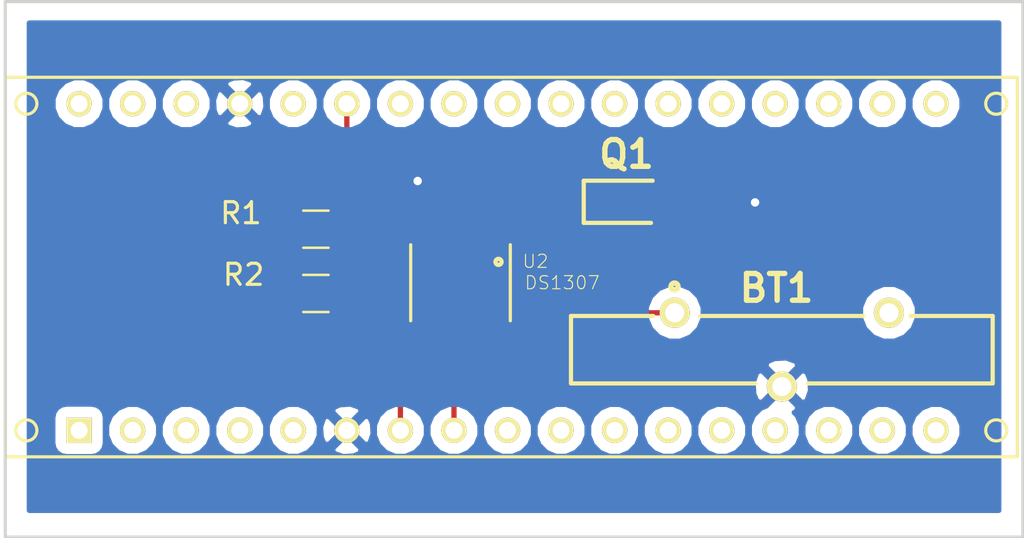
<source format=kicad_pcb>
(kicad_pcb (version 4) (host pcbnew 4.0.7)

  (general
    (links 16)
    (no_connects 2)
    (area 148.514999 83.109999 196.925001 108.660001)
    (thickness 1.6)
    (drawings 4)
    (tracks 47)
    (zones 0)
    (modules 6)
    (nets 37)
  )

  (page A4)
  (layers
    (0 F.Cu signal)
    (31 B.Cu signal hide)
    (32 B.Adhes user hide)
    (33 F.Adhes user hide)
    (34 B.Paste user hide)
    (35 F.Paste user hide)
    (36 B.SilkS user hide)
    (37 F.SilkS user hide)
    (38 B.Mask user hide)
    (39 F.Mask user hide)
    (40 Dwgs.User user)
    (41 Cmts.User user)
    (42 Eco1.User user)
    (43 Eco2.User user)
    (44 Edge.Cuts user)
    (45 Margin user)
    (46 B.CrtYd user)
    (47 F.CrtYd user)
    (48 B.Fab user)
    (49 F.Fab user)
  )

  (setup
    (last_trace_width 0.25)
    (trace_clearance 0.2)
    (zone_clearance 0.508)
    (zone_45_only no)
    (trace_min 0.2)
    (segment_width 0.2)
    (edge_width 0.15)
    (via_size 0.6)
    (via_drill 0.4)
    (via_min_size 0.4)
    (via_min_drill 0.3)
    (uvia_size 0.3)
    (uvia_drill 0.1)
    (uvias_allowed no)
    (uvia_min_size 0.2)
    (uvia_min_drill 0.1)
    (pcb_text_width 0.3)
    (pcb_text_size 1.5 1.5)
    (mod_edge_width 0.15)
    (mod_text_size 1 1)
    (mod_text_width 0.15)
    (pad_size 1.7 1.7)
    (pad_drill 1)
    (pad_to_mask_clearance 0.2)
    (aux_axis_origin 0 0)
    (visible_elements 7FFFFFFF)
    (pcbplotparams
      (layerselection 0x00030_80000001)
      (usegerberextensions false)
      (excludeedgelayer true)
      (linewidth 0.100000)
      (plotframeref false)
      (viasonmask false)
      (mode 1)
      (useauxorigin false)
      (hpglpennumber 1)
      (hpglpenspeed 20)
      (hpglpendiameter 15)
      (hpglpenoverlay 2)
      (psnegative false)
      (psa4output false)
      (plotreference true)
      (plotvalue true)
      (plotinvisibletext false)
      (padsonsilk false)
      (subtractmaskfromsilk false)
      (outputformat 1)
      (mirror false)
      (drillshape 1)
      (scaleselection 1)
      (outputdirectory ""))
  )

  (net 0 "")
  (net 1 "Net-(Q1-Pad2)")
  (net 2 "Net-(R1-Pad1)")
  (net 3 "Net-(R1-Pad2)")
  (net 4 "Net-(R2-Pad2)")
  (net 5 "Net-(U1-PadSCK)")
  (net 6 "Net-(U1-PadMI)")
  (net 7 "Net-(U1-PadVI)")
  (net 8 "Net-(U1-PadRST)")
  (net 9 "Net-(R12-Pad2)")
  (net 10 "Net-(R13-Pad2)")
  (net 11 "Net-(R14-Pad2)")
  (net 12 "Net-(R15-Pad2)")
  (net 13 "Net-(R16-Pad2)")
  (net 14 "Net-(R17-Pad2)")
  (net 15 "Net-(U1-PadAREF)")
  (net 16 "Net-(U1-Pad3.3V)")
  (net 17 "Net-(R18-Pad2)")
  (net 18 "Net-(U1-PadMO)")
  (net 19 "Net-(U1-PadSS)")
  (net 20 "Net-(R11-Pad2)")
  (net 21 "Net-(U1-PadRX)")
  (net 22 "Net-(R10-Pad2)")
  (net 23 "Net-(R9-Pad2)")
  (net 24 "Net-(R8-Pad2)")
  (net 25 "Net-(R7-Pad2)")
  (net 26 "Net-(R6-Pad2)")
  (net 27 "Net-(R5-Pad2)")
  (net 28 "Net-(R4-Pad2)")
  (net 29 "Net-(R3-Pad2)")
  (net 30 "Net-(R19-Pad2)")
  (net 31 "Net-(U2-Pad7)")
  (net 32 "Net-(Q1-Pad3)")
  (net 33 "Net-(BT1-Pad1)")
  (net 34 "Net-(BT1-Pad3)")
  (net 35 GND)
  (net 36 /NC1)

  (net_class Default "Dies ist die voreingestellte Netzklasse."
    (clearance 0.2)
    (trace_width 0.25)
    (via_dia 0.6)
    (via_drill 0.4)
    (uvia_dia 0.3)
    (uvia_drill 0.1)
    (add_net /NC1)
    (add_net GND)
    (add_net "Net-(BT1-Pad1)")
    (add_net "Net-(BT1-Pad3)")
    (add_net "Net-(Q1-Pad2)")
    (add_net "Net-(Q1-Pad3)")
    (add_net "Net-(R1-Pad1)")
    (add_net "Net-(R1-Pad2)")
    (add_net "Net-(R10-Pad2)")
    (add_net "Net-(R11-Pad2)")
    (add_net "Net-(R12-Pad2)")
    (add_net "Net-(R13-Pad2)")
    (add_net "Net-(R14-Pad2)")
    (add_net "Net-(R15-Pad2)")
    (add_net "Net-(R16-Pad2)")
    (add_net "Net-(R17-Pad2)")
    (add_net "Net-(R18-Pad2)")
    (add_net "Net-(R19-Pad2)")
    (add_net "Net-(R2-Pad2)")
    (add_net "Net-(R3-Pad2)")
    (add_net "Net-(R4-Pad2)")
    (add_net "Net-(R5-Pad2)")
    (add_net "Net-(R6-Pad2)")
    (add_net "Net-(R7-Pad2)")
    (add_net "Net-(R8-Pad2)")
    (add_net "Net-(R9-Pad2)")
    (add_net "Net-(U1-Pad3.3V)")
    (add_net "Net-(U1-PadAREF)")
    (add_net "Net-(U1-PadMI)")
    (add_net "Net-(U1-PadMO)")
    (add_net "Net-(U1-PadRST)")
    (add_net "Net-(U1-PadRX)")
    (add_net "Net-(U1-PadSCK)")
    (add_net "Net-(U1-PadSS)")
    (add_net "Net-(U1-PadVI)")
    (add_net "Net-(U2-Pad7)")
  )

  (module arduino_micro_shield:ARDUINO_MICRO_SHIELD locked (layer F.Cu) (tedit 5A859E48) (tstamp 5A8570AB)
    (at 140.208 103.505)
    (tags "ARDUINO, MICRO")
    (path /5A7865FE)
    (fp_text reference "" (at 26.67 -10.16) (layer F.SilkS) hide
      (effects (font (size 1.2 1.2) (thickness 0.15)))
    )
    (fp_text value "" (at 26.67 -7.62) (layer F.SilkS) hide
      (effects (font (size 1.2 1.2) (thickness 0.15)))
    )
    (fp_circle (center 1 -1.254) (end 1.5 -1.254) (layer F.SilkS) (width 0.15))
    (fp_circle (center 1 -16.746) (end 1.5 -16.746) (layer F.SilkS) (width 0.15))
    (fp_circle (center 47 -1.254) (end 47.5 -1.254) (layer F.SilkS) (width 0.15))
    (fp_circle (center 47 -16.746) (end 47.5 -16.746) (layer F.SilkS) (width 0.15))
    (fp_line (start 0 -18) (end 48 -18) (layer F.SilkS) (width 0.15))
    (fp_line (start 48 -18) (end 48 0) (layer F.SilkS) (width 0.15))
    (fp_line (start 48 0) (end 0 0) (layer F.SilkS) (width 0.15))
    (fp_line (start 0 0) (end 0 -18) (layer F.SilkS) (width 0.15))
    (pad SCK thru_hole circle (at 3.5 -16.746) (size 1.2 1.2) (drill 0.8) (layers *.Cu *.Mask F.SilkS)
      (net 5 "Net-(U1-PadSCK)"))
    (pad MI thru_hole circle (at 6.04 -16.746) (size 1.2 1.2) (drill 0.8) (layers *.Cu *.Mask F.SilkS)
      (net 6 "Net-(U1-PadMI)"))
    (pad VI thru_hole circle (at 8.58 -16.746) (size 1.2 1.2) (drill 0.8) (layers *.Cu *.Mask F.SilkS)
      (net 7 "Net-(U1-PadVI)"))
    (pad GND thru_hole circle (at 11.12 -16.746) (size 1.2 1.2) (drill 0.8) (layers *.Cu *.Mask F.SilkS)
      (net 35 GND))
    (pad RST thru_hole circle (at 13.66 -16.746) (size 1.2 1.2) (drill 0.8) (layers *.Cu *.Mask F.SilkS)
      (net 8 "Net-(U1-PadRST)"))
    (pad 5V thru_hole circle (at 16.2 -16.746) (size 1.2 1.2) (drill 0.8) (layers *.Cu *.Mask F.SilkS)
      (net 2 "Net-(R1-Pad1)"))
    (pad NC thru_hole circle (at 18.74 -16.746) (size 1.2 1.2) (drill 0.8) (layers *.Cu *.Mask F.SilkS)
      (net 36 /NC1))
    (pad NC thru_hole circle (at 21.28 -16.746) (size 1.2 1.2) (drill 0.8) (layers *.Cu *.Mask F.SilkS)
      (net 36 /NC1))
    (pad A5 thru_hole circle (at 23.82 -16.746) (size 1.2 1.2) (drill 0.8) (layers *.Cu *.Mask F.SilkS)
      (net 9 "Net-(R12-Pad2)"))
    (pad A4 thru_hole circle (at 26.36 -16.746) (size 1.2 1.2) (drill 0.8) (layers *.Cu *.Mask F.SilkS)
      (net 10 "Net-(R13-Pad2)"))
    (pad A3 thru_hole circle (at 28.9 -16.746) (size 1.2 1.2) (drill 0.8) (layers *.Cu *.Mask F.SilkS)
      (net 11 "Net-(R14-Pad2)"))
    (pad A2 thru_hole circle (at 31.44 -16.746) (size 1.2 1.2) (drill 0.8) (layers *.Cu *.Mask F.SilkS)
      (net 12 "Net-(R15-Pad2)"))
    (pad A1 thru_hole circle (at 33.98 -16.746) (size 1.2 1.2) (drill 0.8) (layers *.Cu *.Mask F.SilkS)
      (net 13 "Net-(R16-Pad2)"))
    (pad A0 thru_hole circle (at 36.52 -16.746) (size 1.2 1.2) (drill 0.8) (layers *.Cu *.Mask F.SilkS)
      (net 14 "Net-(R17-Pad2)"))
    (pad AREF thru_hole circle (at 39.06 -16.746) (size 1.2 1.2) (drill 0.8) (layers *.Cu *.Mask F.SilkS)
      (net 15 "Net-(U1-PadAREF)"))
    (pad 3.3V thru_hole circle (at 41.6 -16.746) (size 1.2 1.2) (drill 0.8) (layers *.Cu *.Mask F.SilkS)
      (net 16 "Net-(U1-Pad3.3V)"))
    (pad 13 thru_hole circle (at 44.14 -16.746) (size 1.2 1.2) (drill 0.8) (layers *.Cu *.Mask F.SilkS)
      (net 17 "Net-(R18-Pad2)"))
    (pad MO thru_hole rect (at 3.5 -1.254) (size 1.2 1.2) (drill 0.8) (layers *.Cu *.Mask F.SilkS)
      (net 18 "Net-(U1-PadMO)"))
    (pad SS thru_hole circle (at 6.04 -1.254) (size 1.2 1.2) (drill 0.8) (layers *.Cu *.Mask F.SilkS)
      (net 19 "Net-(U1-PadSS)"))
    (pad TX thru_hole circle (at 8.58 -1.254) (size 1.2 1.2) (drill 0.8) (layers *.Cu *.Mask F.SilkS)
      (net 20 "Net-(R11-Pad2)"))
    (pad RX thru_hole circle (at 11.12 -1.254) (size 1.2 1.2) (drill 0.8) (layers *.Cu *.Mask F.SilkS)
      (net 21 "Net-(U1-PadRX)"))
    (pad RST thru_hole circle (at 13.66 -1.254) (size 1.2 1.2) (drill 0.8) (layers *.Cu *.Mask F.SilkS)
      (net 8 "Net-(U1-PadRST)"))
    (pad GND thru_hole circle (at 16.2 -1.254) (size 1.2 1.2) (drill 0.8) (layers *.Cu *.Mask F.SilkS)
      (net 35 GND))
    (pad 2 thru_hole circle (at 18.74 -1.254) (size 1.2 1.2) (drill 0.8) (layers *.Cu *.Mask F.SilkS)
      (net 4 "Net-(R2-Pad2)"))
    (pad 3 thru_hole circle (at 21.28 -1.254) (size 1.2 1.2) (drill 0.8) (layers *.Cu *.Mask F.SilkS)
      (net 3 "Net-(R1-Pad2)"))
    (pad 4 thru_hole circle (at 23.82 -1.254) (size 1.2 1.2) (drill 0.8) (layers *.Cu *.Mask F.SilkS)
      (net 22 "Net-(R10-Pad2)"))
    (pad 5 thru_hole circle (at 26.36 -1.254) (size 1.2 1.2) (drill 0.8) (layers *.Cu *.Mask F.SilkS)
      (net 23 "Net-(R9-Pad2)"))
    (pad 6 thru_hole circle (at 28.9 -1.254) (size 1.2 1.2) (drill 0.8) (layers *.Cu *.Mask F.SilkS)
      (net 24 "Net-(R8-Pad2)"))
    (pad 7 thru_hole circle (at 31.44 -1.254) (size 1.2 1.2) (drill 0.8) (layers *.Cu *.Mask F.SilkS)
      (net 25 "Net-(R7-Pad2)"))
    (pad 8 thru_hole circle (at 33.98 -1.254) (size 1.2 1.2) (drill 0.8) (layers *.Cu *.Mask F.SilkS)
      (net 26 "Net-(R6-Pad2)"))
    (pad 9 thru_hole circle (at 36.52 -1.254) (size 1.2 1.2) (drill 0.8) (layers *.Cu *.Mask F.SilkS)
      (net 27 "Net-(R5-Pad2)"))
    (pad 10 thru_hole circle (at 39.06 -1.254) (size 1.2 1.2) (drill 0.8) (layers *.Cu *.Mask F.SilkS)
      (net 28 "Net-(R4-Pad2)"))
    (pad 11 thru_hole circle (at 41.6 -1.254) (size 1.2 1.2) (drill 0.8) (layers *.Cu *.Mask F.SilkS)
      (net 29 "Net-(R3-Pad2)"))
    (pad 12 thru_hole circle (at 44.14 -1.254) (size 1.2 1.2) (drill 0.8) (layers *.Cu *.Mask F.SilkS)
      (net 30 "Net-(R19-Pad2)"))
  )

  (module CR2032MFR_RV2:CR2032MFR-RV (layer F.Cu) (tedit 5A859F2D) (tstamp 5A857072)
    (at 177.038 98.425)
    (descr CR2032MFR-RV)
    (tags Battery)
    (path /5A8569A1)
    (fp_text reference BT1 (at -0.254 -2.921) (layer F.SilkS)
      (effects (font (size 1.27 1.27) (thickness 0.254)))
    )
    (fp_text value "" (at -0.316 -0.012) (layer F.SilkS) hide
      (effects (font (size 1.27 1.27) (thickness 0.254)))
    )
    (fp_line (start -10 -1.6) (end 10 -1.6) (layer Dwgs.User) (width 0.2))
    (fp_line (start 10 -1.6) (end 10 1.6) (layer Dwgs.User) (width 0.2))
    (fp_line (start 10 1.6) (end -10 1.6) (layer Dwgs.User) (width 0.2))
    (fp_line (start -10 1.6) (end -10 -1.6) (layer Dwgs.User) (width 0.2))
    (fp_line (start -10 -1.6) (end -10 1.6) (layer F.SilkS) (width 0.2))
    (fp_line (start -10 1.6) (end -1.235 1.6) (layer F.SilkS) (width 0.2))
    (fp_line (start 10 -1.6) (end 10 1.6) (layer F.SilkS) (width 0.2))
    (fp_line (start 10 1.6) (end 1.235 1.6) (layer F.SilkS) (width 0.2))
    (fp_line (start -3.88 -1.6) (end 3.88 -1.6) (layer F.SilkS) (width 0.2))
    (fp_line (start -10 -1.6) (end -6.1 -1.6) (layer F.SilkS) (width 0.2))
    (fp_line (start 10 -1.6) (end 6.1 -1.6) (layer F.SilkS) (width 0.2))
    (fp_circle (center -5.09 -2.994) (end -5.131 -2.994) (layer F.SilkS) (width 0.254))
    (pad 1 thru_hole circle (at -5.08 -1.75 90) (size 1.43 1.43) (drill 0.9) (layers *.Cu *.Mask F.SilkS)
      (net 33 "Net-(BT1-Pad1)"))
    (pad 2 thru_hole circle (at 0 1.75 90) (size 1.43 1.43) (drill 0.9) (layers *.Cu *.Mask F.SilkS)
      (net 35 GND))
    (pad 3 thru_hole circle (at 5.08 -1.75 90) (size 1.43 1.43) (drill 0.9) (layers *.Cu *.Mask F.SilkS)
      (net 34 "Net-(BT1-Pad3)"))
  )

  (module MS1V-T1K_32.768kHz_7pF_+-20ppm:MS1V-T1K32 (layer F.Cu) (tedit 5A859F31) (tstamp 5A857079)
    (at 166.243 92.71 180)
    (descr MS1V-T1K32)
    (tags "Crystal or Oscillator")
    (path /5A843DE4)
    (attr smd)
    (fp_text reference Q1 (at -3.429 3.556 180) (layer F.SilkS)
      (effects (font (size 1.27 1.27) (thickness 0.254)))
    )
    (fp_text value "" (at -4.21233 1.30967 180) (layer F.SilkS) hide
      (effects (font (size 1.27 1.27) (thickness 0.254)))
    )
    (fp_line (start -7.5 0.3) (end -1.4 0.3) (layer Dwgs.User) (width 0.2))
    (fp_line (start -1.4 0.3) (end -1.4 2.3) (layer Dwgs.User) (width 0.2))
    (fp_line (start -1.4 2.3) (end -7.5 2.3) (layer Dwgs.User) (width 0.2))
    (fp_line (start -7.5 2.3) (end -7.5 0.3) (layer Dwgs.User) (width 0.2))
    (fp_line (start -1.4 0.3) (end -1.4 2.3) (layer F.SilkS) (width 0.2))
    (fp_line (start -1.4 2.3) (end -4.66333 2.3) (layer F.SilkS) (width 0.2))
    (fp_line (start -4.66333 2.3) (end -4.66333 2.29933) (layer F.SilkS) (width 0.2))
    (fp_line (start -1.4 0.3) (end -4.58833 0.3) (layer F.SilkS) (width 0.2))
    (pad 1 smd rect (at -6.25 1.3 180) (size 2.5 3) (layers F.Cu F.Paste F.Mask)
      (net 35 GND))
    (pad 2 smd rect (at 0 0 270) (size 1 1.6) (layers F.Cu F.Paste F.Mask)
      (net 1 "Net-(Q1-Pad2)"))
    (pad 3 smd rect (at 0 2.6 270) (size 1 1.6) (layers F.Cu F.Paste F.Mask)
      (net 32 "Net-(Q1-Pad3)"))
  )

  (module Resistors_SMD:R_0805_HandSoldering (layer F.Cu) (tedit 5A859EB6) (tstamp 5A85707F)
    (at 154.94 92.71)
    (descr "Resistor SMD 0805, hand soldering")
    (tags "resistor 0805")
    (path /5A8443D9)
    (attr smd)
    (fp_text reference R1 (at -3.556 -0.762) (layer F.SilkS)
      (effects (font (size 1 1) (thickness 0.15)))
    )
    (fp_text value 2K2 (at -4.064 0.508) (layer F.Fab)
      (effects (font (size 1 1) (thickness 0.15)))
    )
    (fp_text user %R (at 0 0) (layer F.Fab)
      (effects (font (size 0.5 0.5) (thickness 0.075)))
    )
    (fp_line (start -1 0.62) (end -1 -0.62) (layer F.Fab) (width 0.1))
    (fp_line (start 1 0.62) (end -1 0.62) (layer F.Fab) (width 0.1))
    (fp_line (start 1 -0.62) (end 1 0.62) (layer F.Fab) (width 0.1))
    (fp_line (start -1 -0.62) (end 1 -0.62) (layer F.Fab) (width 0.1))
    (fp_line (start 0.6 0.88) (end -0.6 0.88) (layer F.SilkS) (width 0.12))
    (fp_line (start -0.6 -0.88) (end 0.6 -0.88) (layer F.SilkS) (width 0.12))
    (fp_line (start -2.35 -0.9) (end 2.35 -0.9) (layer F.CrtYd) (width 0.05))
    (fp_line (start -2.35 -0.9) (end -2.35 0.9) (layer F.CrtYd) (width 0.05))
    (fp_line (start 2.35 0.9) (end 2.35 -0.9) (layer F.CrtYd) (width 0.05))
    (fp_line (start 2.35 0.9) (end -2.35 0.9) (layer F.CrtYd) (width 0.05))
    (pad 1 smd rect (at -1.35 0) (size 1.5 1.3) (layers F.Cu F.Paste F.Mask)
      (net 2 "Net-(R1-Pad1)"))
    (pad 2 smd rect (at 1.35 0) (size 1.5 1.3) (layers F.Cu F.Paste F.Mask)
      (net 3 "Net-(R1-Pad2)"))
    (model ${KISYS3DMOD}/Resistors_SMD.3dshapes/R_0805.wrl
      (at (xyz 0 0 0))
      (scale (xyz 1 1 1))
      (rotate (xyz 0 0 0))
    )
  )

  (module Resistors_SMD:R_0805_HandSoldering (layer F.Cu) (tedit 5A859E9E) (tstamp 5A857085)
    (at 154.94 95.758)
    (descr "Resistor SMD 0805, hand soldering")
    (tags "resistor 0805")
    (path /5A844469)
    (attr smd)
    (fp_text reference R2 (at -3.429 -0.889) (layer F.SilkS)
      (effects (font (size 1 1) (thickness 0.15)))
    )
    (fp_text value 2K2 (at -3.937 0.381) (layer F.Fab)
      (effects (font (size 1 1) (thickness 0.15)))
    )
    (fp_text user %R (at 0 0) (layer F.Fab)
      (effects (font (size 0.5 0.5) (thickness 0.075)))
    )
    (fp_line (start -1 0.62) (end -1 -0.62) (layer F.Fab) (width 0.1))
    (fp_line (start 1 0.62) (end -1 0.62) (layer F.Fab) (width 0.1))
    (fp_line (start 1 -0.62) (end 1 0.62) (layer F.Fab) (width 0.1))
    (fp_line (start -1 -0.62) (end 1 -0.62) (layer F.Fab) (width 0.1))
    (fp_line (start 0.6 0.88) (end -0.6 0.88) (layer F.SilkS) (width 0.12))
    (fp_line (start -0.6 -0.88) (end 0.6 -0.88) (layer F.SilkS) (width 0.12))
    (fp_line (start -2.35 -0.9) (end 2.35 -0.9) (layer F.CrtYd) (width 0.05))
    (fp_line (start -2.35 -0.9) (end -2.35 0.9) (layer F.CrtYd) (width 0.05))
    (fp_line (start 2.35 0.9) (end 2.35 -0.9) (layer F.CrtYd) (width 0.05))
    (fp_line (start 2.35 0.9) (end -2.35 0.9) (layer F.CrtYd) (width 0.05))
    (pad 1 smd rect (at -1.35 0) (size 1.5 1.3) (layers F.Cu F.Paste F.Mask)
      (net 2 "Net-(R1-Pad1)"))
    (pad 2 smd rect (at 1.35 0) (size 1.5 1.3) (layers F.Cu F.Paste F.Mask)
      (net 4 "Net-(R2-Pad2)"))
    (model ${KISYS3DMOD}/Resistors_SMD.3dshapes/R_0805.wrl
      (at (xyz 0 0 0))
      (scale (xyz 1 1 1))
      (rotate (xyz 0 0 0))
    )
  )

  (module DS1307:SO08 (layer F.Cu) (tedit 5A859F6D) (tstamp 5A8570B7)
    (at 161.798 95.25 180)
    (descr "<b>Small Outline Package</b> Fits JEDEC packages (narrow SOIC-8)")
    (path /5A786A83)
    (attr smd)
    (fp_text reference U2 (at -3.556 1.016 180) (layer F.SilkS)
      (effects (font (size 0.620593 0.620593) (thickness 0.05)))
    )
    (fp_text value DS1307 (at -4.826 0 180) (layer F.SilkS)
      (effects (font (size 0.620438 0.620438) (thickness 0.05)))
    )
    (fp_line (start -2.362 1.803) (end 2.362 1.803) (layer Dwgs.User) (width 0.1524))
    (fp_line (start 2.362 1.803) (end 2.362 -1.803) (layer F.SilkS) (width 0.1524))
    (fp_line (start 2.362 -1.803) (end -2.362 -1.803) (layer Dwgs.User) (width 0.1524))
    (fp_line (start -2.362 -1.803) (end -2.362 1.803) (layer F.SilkS) (width 0.1524))
    (fp_circle (center -1.8034 0.9906) (end -1.6598 0.9906) (layer F.SilkS) (width 0.2032))
    (fp_poly (pts (xy -2.08394 1.8542) (xy -1.7272 1.8542) (xy -1.7272 2.87177) (xy -2.08394 2.87177)) (layer Dwgs.User) (width 0.381))
    (fp_poly (pts (xy -0.81339 1.8542) (xy -0.4572 1.8542) (xy -0.4572 2.87228) (xy -0.81339 2.87228)) (layer Dwgs.User) (width 0.381))
    (fp_poly (pts (xy 0.457343 1.8542) (xy 0.8128 1.8542) (xy 0.8128 2.8711) (xy 0.457343 2.8711)) (layer Dwgs.User) (width 0.381))
    (fp_poly (pts (xy 1.72977 1.8542) (xy 2.0828 1.8542) (xy 2.0828 2.87448) (xy 1.72977 2.87448)) (layer Dwgs.User) (width 0.381))
    (fp_poly (pts (xy -2.08629 -2.8702) (xy -1.7272 -2.8702) (xy -1.7272 -1.8573) (xy -2.08629 -1.8573)) (layer Dwgs.User) (width 0.381))
    (fp_poly (pts (xy -0.81298 -2.8702) (xy -0.4572 -2.8702) (xy -0.4572 -1.85461) (xy -0.81298 -1.85461)) (layer Dwgs.User) (width 0.381))
    (fp_poly (pts (xy 0.457282 -2.8702) (xy 0.8128 -2.8702) (xy 0.8128 -1.85453) (xy 0.457282 -1.85453)) (layer Dwgs.User) (width 0.381))
    (fp_poly (pts (xy 1.72822 -2.8702) (xy 2.0828 -2.8702) (xy 2.0828 -1.8553) (xy 1.72822 -1.8553)) (layer Dwgs.User) (width 0.381))
    (pad 1 smd rect (at -1.905 2.6162 180) (size 0.6096 2.2098) (layers F.Cu F.Paste F.Mask)
      (net 1 "Net-(Q1-Pad2)"))
    (pad 2 smd rect (at -0.635 2.6162 180) (size 0.6096 2.2098) (layers F.Cu F.Paste F.Mask)
      (net 32 "Net-(Q1-Pad3)"))
    (pad 3 smd rect (at 0.635 2.6162 180) (size 0.6096 2.2098) (layers F.Cu F.Paste F.Mask)
      (net 33 "Net-(BT1-Pad1)"))
    (pad 4 smd rect (at 1.905 2.6162 180) (size 0.6096 2.2098) (layers F.Cu F.Paste F.Mask)
      (net 35 GND))
    (pad 5 smd rect (at 1.905 -2.6162 180) (size 0.6096 2.2098) (layers F.Cu F.Paste F.Mask)
      (net 4 "Net-(R2-Pad2)"))
    (pad 6 smd rect (at 0.635 -2.6162 180) (size 0.6096 2.2098) (layers F.Cu F.Paste F.Mask)
      (net 3 "Net-(R1-Pad2)"))
    (pad 7 smd rect (at -0.635 -2.6162 180) (size 0.6096 2.2098) (layers F.Cu F.Paste F.Mask)
      (net 31 "Net-(U2-Pad7)"))
    (pad 8 smd rect (at -1.905 -2.6162 180) (size 0.6096 2.2098) (layers F.Cu F.Paste F.Mask)
      (net 2 "Net-(R1-Pad1)"))
  )

  (gr_line (start 140.208 107.315) (end 188.468 107.315) (angle 90) (layer Edge.Cuts) (width 0.15))
  (gr_line (start 188.468 81.915) (end 140.208 81.915) (angle 90) (layer Edge.Cuts) (width 0.15))
  (gr_line (start 188.468 107.315) (end 188.468 81.915) (angle 90) (layer Edge.Cuts) (width 0.15))
  (gr_line (start 140.208 81.915) (end 140.208 107.315) (angle 90) (layer Edge.Cuts) (width 0.15))

  (segment (start 166.243 92.71) (end 163.7792 92.71) (width 0.25) (layer F.Cu) (net 1))
  (segment (start 163.7792 92.71) (end 163.703 92.6338) (width 0.25) (layer F.Cu) (net 1) (tstamp 5A858DCF))
  (segment (start 153.59 95.758) (end 153.59 92.71) (width 0.25) (layer F.Cu) (net 2) (status C00000))
  (segment (start 156.083 90.805) (end 153.797 90.805) (width 0.25) (layer F.Cu) (net 2))
  (segment (start 153.59 91.012) (end 153.59 92.71) (width 0.25) (layer F.Cu) (net 2) (tstamp 5A859FC3))
  (segment (start 153.797 90.805) (end 153.59 91.012) (width 0.25) (layer F.Cu) (net 2) (tstamp 5A859FC2))
  (segment (start 157.988 93.98) (end 157.988 94.488) (width 0.25) (layer F.Cu) (net 2))
  (segment (start 163.703 96.393) (end 163.703 97.8662) (width 0.25) (layer F.Cu) (net 2) (tstamp 5A858EE7))
  (segment (start 163.068 95.758) (end 163.703 96.393) (width 0.25) (layer F.Cu) (net 2) (tstamp 5A858EE1))
  (segment (start 159.258 95.758) (end 163.068 95.758) (width 0.25) (layer F.Cu) (net 2) (tstamp 5A858EE0))
  (segment (start 157.988 94.488) (end 159.258 95.758) (width 0.25) (layer F.Cu) (net 2) (tstamp 5A858EDB))
  (segment (start 156.408 86.759) (end 156.408 90.805) (width 0.25) (layer F.Cu) (net 2))
  (segment (start 156.408 90.805) (end 156.083 90.805) (width 0.25) (layer F.Cu) (net 2) (tstamp 5A858E2A))
  (segment (start 156.718 90.805) (end 156.083 90.805) (width 0.25) (layer F.Cu) (net 2) (tstamp 5A858E1E))
  (segment (start 157.988 92.075) (end 156.718 90.805) (width 0.25) (layer F.Cu) (net 2) (tstamp 5A858E1D))
  (segment (start 157.988 93.98) (end 157.988 92.075) (width 0.25) (layer F.Cu) (net 2) (tstamp 5A858E1C))
  (segment (start 153.463 95.885) (end 153.632 95.885) (width 0.25) (layer F.Cu) (net 2) (status 30))
  (segment (start 156.29 92.71) (end 156.29 93.552) (width 0.25) (layer F.Cu) (net 3))
  (segment (start 161.163 96.393) (end 161.163 97.8662) (width 0.25) (layer F.Cu) (net 3) (tstamp 5A859FBD))
  (segment (start 161.036 96.266) (end 161.163 96.393) (width 0.25) (layer F.Cu) (net 3) (tstamp 5A859FBC))
  (segment (start 159.004 96.266) (end 161.036 96.266) (width 0.25) (layer F.Cu) (net 3) (tstamp 5A859FBB))
  (segment (start 156.29 93.552) (end 159.004 96.266) (width 0.25) (layer F.Cu) (net 3) (tstamp 5A859FBA))
  (segment (start 161.036 97.7392) (end 161.163 97.8662) (width 0.25) (layer F.Cu) (net 3) (tstamp 5A858EF4))
  (segment (start 161.163 97.8662) (end 161.163 100.33) (width 0.25) (layer F.Cu) (net 3))
  (segment (start 161.488 100.655) (end 161.163 100.33) (width 0.25) (layer F.Cu) (net 3) (tstamp 5A858D51))
  (segment (start 161.488 100.655) (end 161.488 102.251) (width 0.25) (layer F.Cu) (net 3))
  (segment (start 158.948 102.251) (end 158.948 98.8112) (width 0.25) (layer F.Cu) (net 4))
  (segment (start 158.948 98.8112) (end 159.893 97.8662) (width 0.25) (layer F.Cu) (net 4) (tstamp 5A858F08))
  (segment (start 159.893 97.8662) (end 158.1442 97.8662) (width 0.25) (layer F.Cu) (net 4))
  (segment (start 158.1442 97.8662) (end 156.163 95.885) (width 0.25) (layer F.Cu) (net 4) (tstamp 5A858EC7))
  (segment (start 159.893 97.8662) (end 159.639 97.049929) (width 0.25) (layer F.Cu) (net 4))
  (segment (start 162.433 92.6338) (end 162.433 90.805) (width 0.25) (layer F.Cu) (net 32))
  (segment (start 163.128 90.11) (end 162.433 90.805) (width 0.25) (layer F.Cu) (net 32) (tstamp 5A858DD3))
  (segment (start 163.128 90.11) (end 166.243 90.11) (width 0.25) (layer F.Cu) (net 32))
  (segment (start 171.958 96.675) (end 166.525 96.675) (width 0.25) (layer F.Cu) (net 33))
  (segment (start 161.163 94.869) (end 161.163 92.6338) (width 0.25) (layer F.Cu) (net 33) (tstamp 5A858EFF))
  (segment (start 161.29 94.996) (end 161.163 94.869) (width 0.25) (layer F.Cu) (net 33) (tstamp 5A858EFE))
  (segment (start 164.846 94.996) (end 161.29 94.996) (width 0.25) (layer F.Cu) (net 33) (tstamp 5A858EFD))
  (segment (start 166.525 96.675) (end 164.846 94.996) (width 0.25) (layer F.Cu) (net 33) (tstamp 5A858EF9))
  (segment (start 172.493 91.41) (end 175.738 91.41) (width 0.25) (layer F.Cu) (net 35))
  (segment (start 175.738 91.41) (end 175.768 91.44) (width 0.25) (layer F.Cu) (net 35) (tstamp 5A8590BC))
  (via (at 175.768 91.44) (size 0.6) (drill 0.4) (layers F.Cu B.Cu) (net 35))
  (segment (start 159.893 92.6338) (end 159.893 90.551) (width 0.25) (layer F.Cu) (net 35))
  (segment (start 159.893 90.551) (end 159.766 90.424) (width 0.25) (layer F.Cu) (net 35) (tstamp 5A85909F))
  (via (at 159.766 90.424) (size 0.6) (drill 0.4) (layers F.Cu B.Cu) (net 35))
  (segment (start 171.323 92.58) (end 172.493 91.41) (width 0.25) (layer F.Cu) (net 35) (tstamp 5A857F80) (status 30))
  (segment (start 151.328 86.759) (end 151.402 86.759) (width 0.25) (layer B.Cu) (net 35))

  (zone (net 35) (net_name GND) (layer B.Cu) (tstamp 5A85962C) (hatch edge 0.508)
    (connect_pads (clearance 0.508))
    (min_thickness 0.254)
    (fill yes (arc_segments 16) (thermal_gap 0.508) (thermal_bridge_width 0.508))
    (polygon
      (pts
        (xy 141.224 82.804) (xy 187.452 82.804) (xy 187.452 106.172) (xy 141.224 106.172)
      )
    )
    (filled_polygon
      (pts
        (xy 187.325 106.045) (xy 141.351 106.045) (xy 141.351 101.651) (xy 142.46056 101.651) (xy 142.46056 102.851)
        (xy 142.504838 103.086317) (xy 142.64391 103.302441) (xy 142.85611 103.447431) (xy 143.108 103.49844) (xy 144.308 103.49844)
        (xy 144.543317 103.454162) (xy 144.759441 103.31509) (xy 144.904431 103.10289) (xy 144.95544 102.851) (xy 144.95544 102.495579)
        (xy 145.012786 102.495579) (xy 145.200408 102.949657) (xy 145.547515 103.297371) (xy 146.001266 103.485785) (xy 146.492579 103.486214)
        (xy 146.946657 103.298592) (xy 147.294371 102.951485) (xy 147.482785 102.497734) (xy 147.482786 102.495579) (xy 147.552786 102.495579)
        (xy 147.740408 102.949657) (xy 148.087515 103.297371) (xy 148.541266 103.485785) (xy 149.032579 103.486214) (xy 149.486657 103.298592)
        (xy 149.834371 102.951485) (xy 150.022785 102.497734) (xy 150.022786 102.495579) (xy 150.092786 102.495579) (xy 150.280408 102.949657)
        (xy 150.627515 103.297371) (xy 151.081266 103.485785) (xy 151.572579 103.486214) (xy 152.026657 103.298592) (xy 152.374371 102.951485)
        (xy 152.562785 102.497734) (xy 152.562786 102.495579) (xy 152.632786 102.495579) (xy 152.820408 102.949657) (xy 153.167515 103.297371)
        (xy 153.621266 103.485785) (xy 154.112579 103.486214) (xy 154.566657 103.298592) (xy 154.751837 103.113735) (xy 155.72487 103.113735)
        (xy 155.774383 103.339164) (xy 156.239036 103.498807) (xy 156.729413 103.468482) (xy 157.041617 103.339164) (xy 157.09113 103.113735)
        (xy 156.408 102.430605) (xy 155.72487 103.113735) (xy 154.751837 103.113735) (xy 154.914371 102.951485) (xy 155.102785 102.497734)
        (xy 155.103147 102.082036) (xy 155.160193 102.082036) (xy 155.190518 102.572413) (xy 155.319836 102.884617) (xy 155.545265 102.93413)
        (xy 156.228395 102.251) (xy 156.587605 102.251) (xy 157.270735 102.93413) (xy 157.496164 102.884617) (xy 157.629827 102.495579)
        (xy 157.712786 102.495579) (xy 157.900408 102.949657) (xy 158.247515 103.297371) (xy 158.701266 103.485785) (xy 159.192579 103.486214)
        (xy 159.646657 103.298592) (xy 159.994371 102.951485) (xy 160.182785 102.497734) (xy 160.182786 102.495579) (xy 160.252786 102.495579)
        (xy 160.440408 102.949657) (xy 160.787515 103.297371) (xy 161.241266 103.485785) (xy 161.732579 103.486214) (xy 162.186657 103.298592)
        (xy 162.534371 102.951485) (xy 162.722785 102.497734) (xy 162.722786 102.495579) (xy 162.792786 102.495579) (xy 162.980408 102.949657)
        (xy 163.327515 103.297371) (xy 163.781266 103.485785) (xy 164.272579 103.486214) (xy 164.726657 103.298592) (xy 165.074371 102.951485)
        (xy 165.262785 102.497734) (xy 165.262786 102.495579) (xy 165.332786 102.495579) (xy 165.520408 102.949657) (xy 165.867515 103.297371)
        (xy 166.321266 103.485785) (xy 166.812579 103.486214) (xy 167.266657 103.298592) (xy 167.614371 102.951485) (xy 167.802785 102.497734)
        (xy 167.802786 102.495579) (xy 167.872786 102.495579) (xy 168.060408 102.949657) (xy 168.407515 103.297371) (xy 168.861266 103.485785)
        (xy 169.352579 103.486214) (xy 169.806657 103.298592) (xy 170.154371 102.951485) (xy 170.342785 102.497734) (xy 170.342786 102.495579)
        (xy 170.412786 102.495579) (xy 170.600408 102.949657) (xy 170.947515 103.297371) (xy 171.401266 103.485785) (xy 171.892579 103.486214)
        (xy 172.346657 103.298592) (xy 172.694371 102.951485) (xy 172.882785 102.497734) (xy 172.882786 102.495579) (xy 172.952786 102.495579)
        (xy 173.140408 102.949657) (xy 173.487515 103.297371) (xy 173.941266 103.485785) (xy 174.432579 103.486214) (xy 174.886657 103.298592)
        (xy 175.234371 102.951485) (xy 175.422785 102.497734) (xy 175.422786 102.495579) (xy 175.492786 102.495579) (xy 175.680408 102.949657)
        (xy 176.027515 103.297371) (xy 176.481266 103.485785) (xy 176.972579 103.486214) (xy 177.426657 103.298592) (xy 177.774371 102.951485)
        (xy 177.962785 102.497734) (xy 177.962786 102.495579) (xy 178.032786 102.495579) (xy 178.220408 102.949657) (xy 178.567515 103.297371)
        (xy 179.021266 103.485785) (xy 179.512579 103.486214) (xy 179.966657 103.298592) (xy 180.314371 102.951485) (xy 180.502785 102.497734)
        (xy 180.502786 102.495579) (xy 180.572786 102.495579) (xy 180.760408 102.949657) (xy 181.107515 103.297371) (xy 181.561266 103.485785)
        (xy 182.052579 103.486214) (xy 182.506657 103.298592) (xy 182.854371 102.951485) (xy 183.042785 102.497734) (xy 183.042786 102.495579)
        (xy 183.112786 102.495579) (xy 183.300408 102.949657) (xy 183.647515 103.297371) (xy 184.101266 103.485785) (xy 184.592579 103.486214)
        (xy 185.046657 103.298592) (xy 185.394371 102.951485) (xy 185.582785 102.497734) (xy 185.583214 102.006421) (xy 185.395592 101.552343)
        (xy 185.048485 101.204629) (xy 184.594734 101.016215) (xy 184.103421 101.015786) (xy 183.649343 101.203408) (xy 183.301629 101.550515)
        (xy 183.113215 102.004266) (xy 183.112786 102.495579) (xy 183.042786 102.495579) (xy 183.043214 102.006421) (xy 182.855592 101.552343)
        (xy 182.508485 101.204629) (xy 182.054734 101.016215) (xy 181.563421 101.015786) (xy 181.109343 101.203408) (xy 180.761629 101.550515)
        (xy 180.573215 102.004266) (xy 180.572786 102.495579) (xy 180.502786 102.495579) (xy 180.503214 102.006421) (xy 180.315592 101.552343)
        (xy 179.968485 101.204629) (xy 179.514734 101.016215) (xy 179.023421 101.015786) (xy 178.569343 101.203408) (xy 178.221629 101.550515)
        (xy 178.033215 102.004266) (xy 178.032786 102.495579) (xy 177.962786 102.495579) (xy 177.963214 102.006421) (xy 177.775592 101.552343)
        (xy 177.628511 101.405005) (xy 177.74086 101.358469) (xy 177.804544 101.121149) (xy 177.038 100.354605) (xy 176.301756 101.090849)
        (xy 176.029343 101.203408) (xy 175.681629 101.550515) (xy 175.493215 102.004266) (xy 175.492786 102.495579) (xy 175.422786 102.495579)
        (xy 175.423214 102.006421) (xy 175.235592 101.552343) (xy 174.888485 101.204629) (xy 174.434734 101.016215) (xy 173.943421 101.015786)
        (xy 173.489343 101.203408) (xy 173.141629 101.550515) (xy 172.953215 102.004266) (xy 172.952786 102.495579) (xy 172.882786 102.495579)
        (xy 172.883214 102.006421) (xy 172.695592 101.552343) (xy 172.348485 101.204629) (xy 171.894734 101.016215) (xy 171.403421 101.015786)
        (xy 170.949343 101.203408) (xy 170.601629 101.550515) (xy 170.413215 102.004266) (xy 170.412786 102.495579) (xy 170.342786 102.495579)
        (xy 170.343214 102.006421) (xy 170.155592 101.552343) (xy 169.808485 101.204629) (xy 169.354734 101.016215) (xy 168.863421 101.015786)
        (xy 168.409343 101.203408) (xy 168.061629 101.550515) (xy 167.873215 102.004266) (xy 167.872786 102.495579) (xy 167.802786 102.495579)
        (xy 167.803214 102.006421) (xy 167.615592 101.552343) (xy 167.268485 101.204629) (xy 166.814734 101.016215) (xy 166.323421 101.015786)
        (xy 165.869343 101.203408) (xy 165.521629 101.550515) (xy 165.333215 102.004266) (xy 165.332786 102.495579) (xy 165.262786 102.495579)
        (xy 165.263214 102.006421) (xy 165.075592 101.552343) (xy 164.728485 101.204629) (xy 164.274734 101.016215) (xy 163.783421 101.015786)
        (xy 163.329343 101.203408) (xy 162.981629 101.550515) (xy 162.793215 102.004266) (xy 162.792786 102.495579) (xy 162.722786 102.495579)
        (xy 162.723214 102.006421) (xy 162.535592 101.552343) (xy 162.188485 101.204629) (xy 161.734734 101.016215) (xy 161.243421 101.015786)
        (xy 160.789343 101.203408) (xy 160.441629 101.550515) (xy 160.253215 102.004266) (xy 160.252786 102.495579) (xy 160.182786 102.495579)
        (xy 160.183214 102.006421) (xy 159.995592 101.552343) (xy 159.648485 101.204629) (xy 159.194734 101.016215) (xy 158.703421 101.015786)
        (xy 158.249343 101.203408) (xy 157.901629 101.550515) (xy 157.713215 102.004266) (xy 157.712786 102.495579) (xy 157.629827 102.495579)
        (xy 157.655807 102.419964) (xy 157.625482 101.929587) (xy 157.496164 101.617383) (xy 157.270735 101.56787) (xy 156.587605 102.251)
        (xy 156.228395 102.251) (xy 155.545265 101.56787) (xy 155.319836 101.617383) (xy 155.160193 102.082036) (xy 155.103147 102.082036)
        (xy 155.103214 102.006421) (xy 154.915592 101.552343) (xy 154.751801 101.388265) (xy 155.72487 101.388265) (xy 156.408 102.071395)
        (xy 157.09113 101.388265) (xy 157.041617 101.162836) (xy 156.576964 101.003193) (xy 156.086587 101.033518) (xy 155.774383 101.162836)
        (xy 155.72487 101.388265) (xy 154.751801 101.388265) (xy 154.568485 101.204629) (xy 154.114734 101.016215) (xy 153.623421 101.015786)
        (xy 153.169343 101.203408) (xy 152.821629 101.550515) (xy 152.633215 102.004266) (xy 152.632786 102.495579) (xy 152.562786 102.495579)
        (xy 152.563214 102.006421) (xy 152.375592 101.552343) (xy 152.028485 101.204629) (xy 151.574734 101.016215) (xy 151.083421 101.015786)
        (xy 150.629343 101.203408) (xy 150.281629 101.550515) (xy 150.093215 102.004266) (xy 150.092786 102.495579) (xy 150.022786 102.495579)
        (xy 150.023214 102.006421) (xy 149.835592 101.552343) (xy 149.488485 101.204629) (xy 149.034734 101.016215) (xy 148.543421 101.015786)
        (xy 148.089343 101.203408) (xy 147.741629 101.550515) (xy 147.553215 102.004266) (xy 147.552786 102.495579) (xy 147.482786 102.495579)
        (xy 147.483214 102.006421) (xy 147.295592 101.552343) (xy 146.948485 101.204629) (xy 146.494734 101.016215) (xy 146.003421 101.015786)
        (xy 145.549343 101.203408) (xy 145.201629 101.550515) (xy 145.013215 102.004266) (xy 145.012786 102.495579) (xy 144.95544 102.495579)
        (xy 144.95544 101.651) (xy 144.911162 101.415683) (xy 144.77209 101.199559) (xy 144.55989 101.054569) (xy 144.308 101.00356)
        (xy 143.108 101.00356) (xy 142.872683 101.047838) (xy 142.656559 101.18691) (xy 142.511569 101.39911) (xy 142.46056 101.651)
        (xy 141.351 101.651) (xy 141.351 99.978536) (xy 175.675644 99.978536) (xy 175.704164 100.514842) (xy 175.854531 100.87786)
        (xy 176.091851 100.941544) (xy 176.858395 100.175) (xy 177.217605 100.175) (xy 177.984149 100.941544) (xy 178.221469 100.87786)
        (xy 178.400356 100.371464) (xy 178.371836 99.835158) (xy 178.221469 99.47214) (xy 177.984149 99.408456) (xy 177.217605 100.175)
        (xy 176.858395 100.175) (xy 176.091851 99.408456) (xy 175.854531 99.47214) (xy 175.675644 99.978536) (xy 141.351 99.978536)
        (xy 141.351 99.228851) (xy 176.271456 99.228851) (xy 177.038 99.995395) (xy 177.804544 99.228851) (xy 177.74086 98.991531)
        (xy 177.234464 98.812644) (xy 176.698158 98.841164) (xy 176.33514 98.991531) (xy 176.271456 99.228851) (xy 141.351 99.228851)
        (xy 141.351 96.942353) (xy 170.607766 96.942353) (xy 170.812858 97.438715) (xy 171.192288 97.818807) (xy 171.68829 98.024765)
        (xy 172.225353 98.025234) (xy 172.721715 97.820142) (xy 173.101807 97.440712) (xy 173.307765 96.94471) (xy 173.307767 96.942353)
        (xy 180.767766 96.942353) (xy 180.972858 97.438715) (xy 181.352288 97.818807) (xy 181.84829 98.024765) (xy 182.385353 98.025234)
        (xy 182.881715 97.820142) (xy 183.261807 97.440712) (xy 183.467765 96.94471) (xy 183.468234 96.407647) (xy 183.263142 95.911285)
        (xy 182.883712 95.531193) (xy 182.38771 95.325235) (xy 181.850647 95.324766) (xy 181.354285 95.529858) (xy 180.974193 95.909288)
        (xy 180.768235 96.40529) (xy 180.767766 96.942353) (xy 173.307767 96.942353) (xy 173.308234 96.407647) (xy 173.103142 95.911285)
        (xy 172.723712 95.531193) (xy 172.22771 95.325235) (xy 171.690647 95.324766) (xy 171.194285 95.529858) (xy 170.814193 95.909288)
        (xy 170.608235 96.40529) (xy 170.607766 96.942353) (xy 141.351 96.942353) (xy 141.351 87.003579) (xy 142.472786 87.003579)
        (xy 142.660408 87.457657) (xy 143.007515 87.805371) (xy 143.461266 87.993785) (xy 143.952579 87.994214) (xy 144.406657 87.806592)
        (xy 144.754371 87.459485) (xy 144.942785 87.005734) (xy 144.942786 87.003579) (xy 145.012786 87.003579) (xy 145.200408 87.457657)
        (xy 145.547515 87.805371) (xy 146.001266 87.993785) (xy 146.492579 87.994214) (xy 146.946657 87.806592) (xy 147.294371 87.459485)
        (xy 147.482785 87.005734) (xy 147.482786 87.003579) (xy 147.552786 87.003579) (xy 147.740408 87.457657) (xy 148.087515 87.805371)
        (xy 148.541266 87.993785) (xy 149.032579 87.994214) (xy 149.486657 87.806592) (xy 149.671837 87.621735) (xy 150.64487 87.621735)
        (xy 150.694383 87.847164) (xy 151.159036 88.006807) (xy 151.649413 87.976482) (xy 151.961617 87.847164) (xy 152.01113 87.621735)
        (xy 151.328 86.938605) (xy 150.64487 87.621735) (xy 149.671837 87.621735) (xy 149.834371 87.459485) (xy 150.022785 87.005734)
        (xy 150.023147 86.590036) (xy 150.080193 86.590036) (xy 150.110518 87.080413) (xy 150.239836 87.392617) (xy 150.465265 87.44213)
        (xy 151.148395 86.759) (xy 151.507605 86.759) (xy 152.190735 87.44213) (xy 152.416164 87.392617) (xy 152.549827 87.003579)
        (xy 152.632786 87.003579) (xy 152.820408 87.457657) (xy 153.167515 87.805371) (xy 153.621266 87.993785) (xy 154.112579 87.994214)
        (xy 154.566657 87.806592) (xy 154.914371 87.459485) (xy 155.102785 87.005734) (xy 155.102786 87.003579) (xy 155.172786 87.003579)
        (xy 155.360408 87.457657) (xy 155.707515 87.805371) (xy 156.161266 87.993785) (xy 156.652579 87.994214) (xy 157.106657 87.806592)
        (xy 157.454371 87.459485) (xy 157.642785 87.005734) (xy 157.642786 87.003579) (xy 157.712786 87.003579) (xy 157.900408 87.457657)
        (xy 158.247515 87.805371) (xy 158.701266 87.993785) (xy 159.192579 87.994214) (xy 159.646657 87.806592) (xy 159.994371 87.459485)
        (xy 160.182785 87.005734) (xy 160.182786 87.003579) (xy 160.252786 87.003579) (xy 160.440408 87.457657) (xy 160.787515 87.805371)
        (xy 161.241266 87.993785) (xy 161.732579 87.994214) (xy 162.186657 87.806592) (xy 162.534371 87.459485) (xy 162.722785 87.005734)
        (xy 162.722786 87.003579) (xy 162.792786 87.003579) (xy 162.980408 87.457657) (xy 163.327515 87.805371) (xy 163.781266 87.993785)
        (xy 164.272579 87.994214) (xy 164.726657 87.806592) (xy 165.074371 87.459485) (xy 165.262785 87.005734) (xy 165.262786 87.003579)
        (xy 165.332786 87.003579) (xy 165.520408 87.457657) (xy 165.867515 87.805371) (xy 166.321266 87.993785) (xy 166.812579 87.994214)
        (xy 167.266657 87.806592) (xy 167.614371 87.459485) (xy 167.802785 87.005734) (xy 167.802786 87.003579) (xy 167.872786 87.003579)
        (xy 168.060408 87.457657) (xy 168.407515 87.805371) (xy 168.861266 87.993785) (xy 169.352579 87.994214) (xy 169.806657 87.806592)
        (xy 170.154371 87.459485) (xy 170.342785 87.005734) (xy 170.342786 87.003579) (xy 170.412786 87.003579) (xy 170.600408 87.457657)
        (xy 170.947515 87.805371) (xy 171.401266 87.993785) (xy 171.892579 87.994214) (xy 172.346657 87.806592) (xy 172.694371 87.459485)
        (xy 172.882785 87.005734) (xy 172.882786 87.003579) (xy 172.952786 87.003579) (xy 173.140408 87.457657) (xy 173.487515 87.805371)
        (xy 173.941266 87.993785) (xy 174.432579 87.994214) (xy 174.886657 87.806592) (xy 175.234371 87.459485) (xy 175.422785 87.005734)
        (xy 175.422786 87.003579) (xy 175.492786 87.003579) (xy 175.680408 87.457657) (xy 176.027515 87.805371) (xy 176.481266 87.993785)
        (xy 176.972579 87.994214) (xy 177.426657 87.806592) (xy 177.774371 87.459485) (xy 177.962785 87.005734) (xy 177.962786 87.003579)
        (xy 178.032786 87.003579) (xy 178.220408 87.457657) (xy 178.567515 87.805371) (xy 179.021266 87.993785) (xy 179.512579 87.994214)
        (xy 179.966657 87.806592) (xy 180.314371 87.459485) (xy 180.502785 87.005734) (xy 180.502786 87.003579) (xy 180.572786 87.003579)
        (xy 180.760408 87.457657) (xy 181.107515 87.805371) (xy 181.561266 87.993785) (xy 182.052579 87.994214) (xy 182.506657 87.806592)
        (xy 182.854371 87.459485) (xy 183.042785 87.005734) (xy 183.042786 87.003579) (xy 183.112786 87.003579) (xy 183.300408 87.457657)
        (xy 183.647515 87.805371) (xy 184.101266 87.993785) (xy 184.592579 87.994214) (xy 185.046657 87.806592) (xy 185.394371 87.459485)
        (xy 185.582785 87.005734) (xy 185.583214 86.514421) (xy 185.395592 86.060343) (xy 185.048485 85.712629) (xy 184.594734 85.524215)
        (xy 184.103421 85.523786) (xy 183.649343 85.711408) (xy 183.301629 86.058515) (xy 183.113215 86.512266) (xy 183.112786 87.003579)
        (xy 183.042786 87.003579) (xy 183.043214 86.514421) (xy 182.855592 86.060343) (xy 182.508485 85.712629) (xy 182.054734 85.524215)
        (xy 181.563421 85.523786) (xy 181.109343 85.711408) (xy 180.761629 86.058515) (xy 180.573215 86.512266) (xy 180.572786 87.003579)
        (xy 180.502786 87.003579) (xy 180.503214 86.514421) (xy 180.315592 86.060343) (xy 179.968485 85.712629) (xy 179.514734 85.524215)
        (xy 179.023421 85.523786) (xy 178.569343 85.711408) (xy 178.221629 86.058515) (xy 178.033215 86.512266) (xy 178.032786 87.003579)
        (xy 177.962786 87.003579) (xy 177.963214 86.514421) (xy 177.775592 86.060343) (xy 177.428485 85.712629) (xy 176.974734 85.524215)
        (xy 176.483421 85.523786) (xy 176.029343 85.711408) (xy 175.681629 86.058515) (xy 175.493215 86.512266) (xy 175.492786 87.003579)
        (xy 175.422786 87.003579) (xy 175.423214 86.514421) (xy 175.235592 86.060343) (xy 174.888485 85.712629) (xy 174.434734 85.524215)
        (xy 173.943421 85.523786) (xy 173.489343 85.711408) (xy 173.141629 86.058515) (xy 172.953215 86.512266) (xy 172.952786 87.003579)
        (xy 172.882786 87.003579) (xy 172.883214 86.514421) (xy 172.695592 86.060343) (xy 172.348485 85.712629) (xy 171.894734 85.524215)
        (xy 171.403421 85.523786) (xy 170.949343 85.711408) (xy 170.601629 86.058515) (xy 170.413215 86.512266) (xy 170.412786 87.003579)
        (xy 170.342786 87.003579) (xy 170.343214 86.514421) (xy 170.155592 86.060343) (xy 169.808485 85.712629) (xy 169.354734 85.524215)
        (xy 168.863421 85.523786) (xy 168.409343 85.711408) (xy 168.061629 86.058515) (xy 167.873215 86.512266) (xy 167.872786 87.003579)
        (xy 167.802786 87.003579) (xy 167.803214 86.514421) (xy 167.615592 86.060343) (xy 167.268485 85.712629) (xy 166.814734 85.524215)
        (xy 166.323421 85.523786) (xy 165.869343 85.711408) (xy 165.521629 86.058515) (xy 165.333215 86.512266) (xy 165.332786 87.003579)
        (xy 165.262786 87.003579) (xy 165.263214 86.514421) (xy 165.075592 86.060343) (xy 164.728485 85.712629) (xy 164.274734 85.524215)
        (xy 163.783421 85.523786) (xy 163.329343 85.711408) (xy 162.981629 86.058515) (xy 162.793215 86.512266) (xy 162.792786 87.003579)
        (xy 162.722786 87.003579) (xy 162.723214 86.514421) (xy 162.535592 86.060343) (xy 162.188485 85.712629) (xy 161.734734 85.524215)
        (xy 161.243421 85.523786) (xy 160.789343 85.711408) (xy 160.441629 86.058515) (xy 160.253215 86.512266) (xy 160.252786 87.003579)
        (xy 160.182786 87.003579) (xy 160.183214 86.514421) (xy 159.995592 86.060343) (xy 159.648485 85.712629) (xy 159.194734 85.524215)
        (xy 158.703421 85.523786) (xy 158.249343 85.711408) (xy 157.901629 86.058515) (xy 157.713215 86.512266) (xy 157.712786 87.003579)
        (xy 157.642786 87.003579) (xy 157.643214 86.514421) (xy 157.455592 86.060343) (xy 157.108485 85.712629) (xy 156.654734 85.524215)
        (xy 156.163421 85.523786) (xy 155.709343 85.711408) (xy 155.361629 86.058515) (xy 155.173215 86.512266) (xy 155.172786 87.003579)
        (xy 155.102786 87.003579) (xy 155.103214 86.514421) (xy 154.915592 86.060343) (xy 154.568485 85.712629) (xy 154.114734 85.524215)
        (xy 153.623421 85.523786) (xy 153.169343 85.711408) (xy 152.821629 86.058515) (xy 152.633215 86.512266) (xy 152.632786 87.003579)
        (xy 152.549827 87.003579) (xy 152.575807 86.927964) (xy 152.545482 86.437587) (xy 152.416164 86.125383) (xy 152.190735 86.07587)
        (xy 151.507605 86.759) (xy 151.148395 86.759) (xy 150.465265 86.07587) (xy 150.239836 86.125383) (xy 150.080193 86.590036)
        (xy 150.023147 86.590036) (xy 150.023214 86.514421) (xy 149.835592 86.060343) (xy 149.671801 85.896265) (xy 150.64487 85.896265)
        (xy 151.328 86.579395) (xy 152.01113 85.896265) (xy 151.961617 85.670836) (xy 151.496964 85.511193) (xy 151.006587 85.541518)
        (xy 150.694383 85.670836) (xy 150.64487 85.896265) (xy 149.671801 85.896265) (xy 149.488485 85.712629) (xy 149.034734 85.524215)
        (xy 148.543421 85.523786) (xy 148.089343 85.711408) (xy 147.741629 86.058515) (xy 147.553215 86.512266) (xy 147.552786 87.003579)
        (xy 147.482786 87.003579) (xy 147.483214 86.514421) (xy 147.295592 86.060343) (xy 146.948485 85.712629) (xy 146.494734 85.524215)
        (xy 146.003421 85.523786) (xy 145.549343 85.711408) (xy 145.201629 86.058515) (xy 145.013215 86.512266) (xy 145.012786 87.003579)
        (xy 144.942786 87.003579) (xy 144.943214 86.514421) (xy 144.755592 86.060343) (xy 144.408485 85.712629) (xy 143.954734 85.524215)
        (xy 143.463421 85.523786) (xy 143.009343 85.711408) (xy 142.661629 86.058515) (xy 142.473215 86.512266) (xy 142.472786 87.003579)
        (xy 141.351 87.003579) (xy 141.351 82.931) (xy 187.325 82.931)
      )
    )
  )
)

</source>
